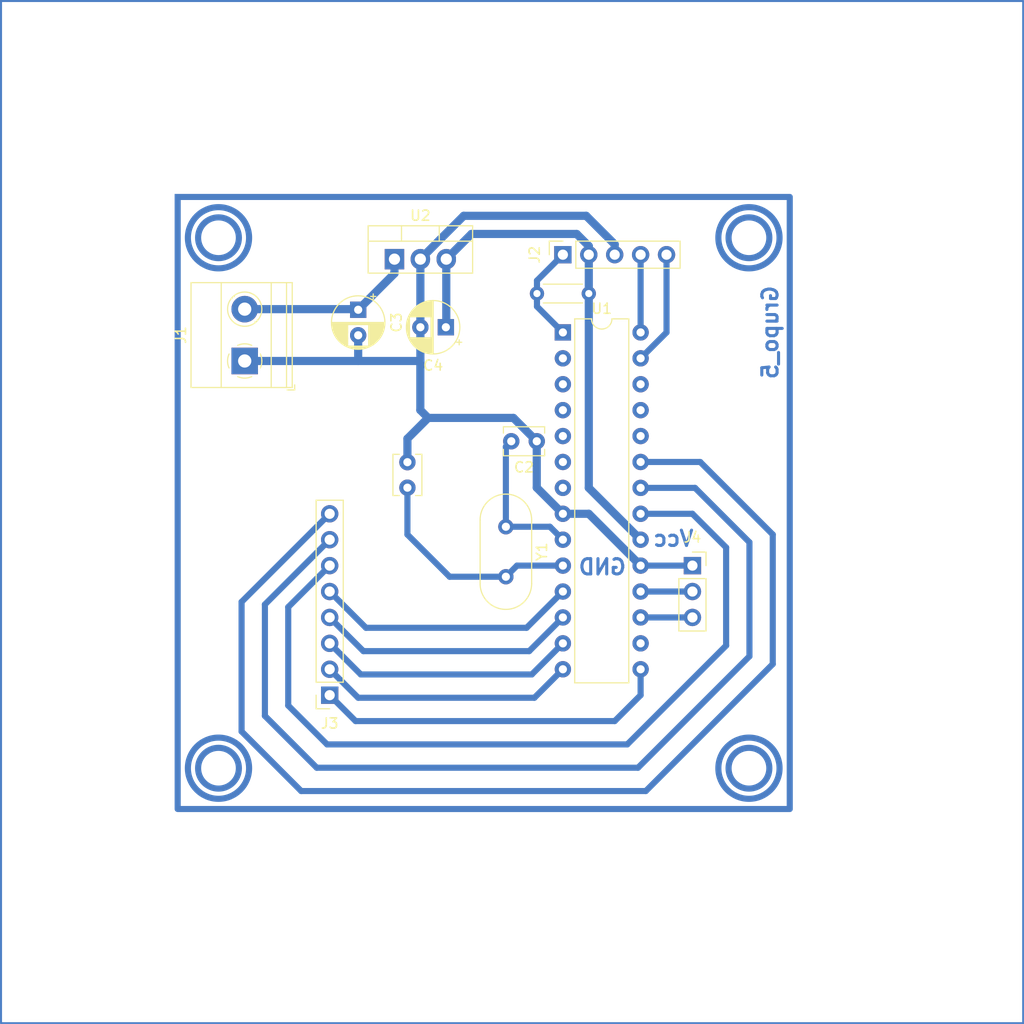
<source format=kicad_pcb>
(kicad_pcb (version 20221018) (generator pcbnew)
  (layers (0 "F.Cu" signal) (31 "B.Cu" signal) (34 "B.Paste" user) (35 "F.Paste" user) (36 "B.SilkS" user "B.Silkscreen") (37 "F.SilkS" user "F.Silkscreen") (38 "B.Mask" user) (39 "F.Mask" user) (44 "Edge.Cuts" user))
  (net 0 "")
  (net 1 "GND")
  (net 2 "OSC2")
  (net 3 "OSC1")
  (net 4 "+12V")
  (net 5 "ICSPDAT")
  (net 6 "ICSPCLK")
  (net 7 "SDA")
  (net 8 "SCL")
  (net 9 "PWM")
  (net 10 "SDO")
  (net 11 "SCK")
  (net 12 "TEMP")
  (net 13 "HUM")
  (net 14 "NOISE")
  (net 15 "RX")
  (net 16 "TX")
  (net 27 "mclr")
  (net 28 "+5V")
  (footprint "Connector_PinSocket_2.54mm:PinSocket_1x08_P2.54mm_Vertical" (layer "F.Cu") (at 88.9 116.84 180)
    (fp_text reference "J3" (at 0 -2.77) (layer "F.SilkS"))
    (fp_text value "Conn_01x08")
    (fp_line (start -1.33 1.27) (end -1.33 19.11) (stroke (width 0.12)) (layer "F.SilkS"))
    (fp_line (start -1.33 1.27) (end 1.33 1.27) (stroke (width 0.12)) (layer "F.SilkS"))
    (fp_line (start -1.33 19.11) (end 1.33 19.11) (stroke (width 0.12)) (layer "F.SilkS"))
    (fp_line (start 0 -1.33) (end 1.33 -1.33) (stroke (width 0.12)) (layer "F.SilkS"))
    (fp_line (start 1.33 -1.33) (end 1.33 0) (stroke (width 0.12)) (layer "F.SilkS"))
    (fp_line (start 1.33 1.27) (end 1.33 19.11) (stroke (width 0.12)) (layer "F.SilkS"))
    (pad "1" thru_hole rect (at 0 0 180) (size 1.7 1.7) (drill 1) (layers "*.Cu" "*.Mask") (net 7 "SDA"))
    (pad "2" thru_hole oval (at 0 2.54 180) (size 1.7 1.7) (drill 1) (layers "*.Cu" "*.Mask") (net 8 "SCL"))
    (pad "3" thru_hole oval (at 0 5.08 180) (size 1.7 1.7) (drill 1) (layers "*.Cu" "*.Mask") (net 9 "PWM"))
    (pad "4" thru_hole oval (at 0 7.62 180) (size 1.7 1.7) (drill 1) (layers "*.Cu" "*.Mask") (net 10 "SDO"))
    (pad "5" thru_hole oval (at 0 10.16 180) (size 1.7 1.7) (drill 1) (layers "*.Cu" "*.Mask") (net 11 "SCK"))
    (pad "6" thru_hole oval (at 0 12.7 180) (size 1.7 1.7) (drill 1) (layers "*.Cu" "*.Mask") (net 12 "TEMP"))
    (pad "7" thru_hole oval (at 0 15.24 180) (size 1.7 1.7) (drill 1) (layers "*.Cu" "*.Mask") (net 13 "HUM"))
    (pad "8" thru_hole oval (at 0 17.78 180) (size 1.7 1.7) (drill 1) (layers "*.Cu" "*.Mask") (net 14 "NOISE"))
  )
  (footprint "Package_TO_SOT_THT:TO-220-3_Vertical" (layer "F.Cu") (at 95.25 74.097)
    (fp_text reference "U2" (at 2.54 -4.27) (layer "F.SilkS"))
    (fp_text value "L7805")
    (fp_line (start -2.58 -3.27) (end -2.58 1.371) (stroke (width 0.12)) (layer "F.SilkS"))
    (fp_line (start -2.58 -3.27) (end 7.66 -3.27) (stroke (width 0.12)) (layer "F.SilkS"))
    (fp_line (start -2.58 -1.76) (end 7.66 -1.76) (stroke (width 0.12)) (layer "F.SilkS"))
    (fp_line (start -2.58 1.371) (end 7.66 1.371) (stroke (width 0.12)) (layer "F.SilkS"))
    (fp_line (start 0.69 -3.27) (end 0.69 -1.76) (stroke (width 0.12)) (layer "F.SilkS"))
    (fp_line (start 4.391 -3.27) (end 4.391 -1.76) (stroke (width 0.12)) (layer "F.SilkS"))
    (fp_line (start 7.66 -3.27) (end 7.66 1.371) (stroke (width 0.12)) (layer "F.SilkS"))
    (pad "1" thru_hole rect (at 0 0) (size 1.905 2) (drill 1.1) (layers "*.Cu" "*.Mask") (net 4 "+12V"))
    (pad "2" thru_hole oval (at 2.54 0) (size 1.905 2) (drill 1.1) (layers "*.Cu" "*.Mask") (net 1 "GND"))
    (pad "3" thru_hole oval (at 5.08 0) (size 1.905 2) (drill 1.1) (layers "*.Cu" "*.Mask") (net 28 "+5V"))
  )
  (footprint "Connector_PinSocket_2.54mm:PinSocket_1x03_P2.54mm_Vertical" (layer "F.Cu") (at 124.46 104.14)
    (fp_text reference "J4" (at 0 -2.77) (layer "F.SilkS"))
    (fp_text value "Conn_01x03")
    (fp_line (start -1.33 1.27) (end -1.33 6.41) (stroke (width 0.12)) (layer "F.SilkS"))
    (fp_line (start -1.33 1.27) (end 1.33 1.27) (stroke (width 0.12)) (layer "F.SilkS"))
    (fp_line (start -1.33 6.41) (end 1.33 6.41) (stroke (width 0.12)) (layer "F.SilkS"))
    (fp_line (start 0 -1.33) (end 1.33 -1.33) (stroke (width 0.12)) (layer "F.SilkS"))
    (fp_line (start 1.33 -1.33) (end 1.33 0) (stroke (width 0.12)) (layer "F.SilkS"))
    (fp_line (start 1.33 1.27) (end 1.33 6.41) (stroke (width 0.12)) (layer "F.SilkS"))
    (pad "1" thru_hole rect (at 0 0) (size 1.7 1.7) (drill 1) (layers "*.Cu" "*.Mask") (net 1 "GND"))
    (pad "2" thru_hole oval (at 0 2.54) (size 1.7 1.7) (drill 1) (layers "*.Cu" "*.Mask") (net 15 "RX"))
    (pad "3" thru_hole oval (at 0 5.08) (size 1.7 1.7) (drill 1) (layers "*.Cu" "*.Mask") (net 16 "TX"))
  )
  (footprint "Crystal:Crystal_HC18-U_Vertical" (layer "F.Cu") (at 106.172 100.33 -90)
    (fp_text reference "Y1" (at 2.45 -3.525 90) (layer "F.SilkS"))
    (fp_text value "20 Mhz")
    (fp_line (start -0.675 -2.525) (end 5.575 -2.525) (stroke (width 0.12)) (layer "F.SilkS"))
    (fp_line (start -0.675 2.525) (end 5.575 2.525) (stroke (width 0.12)) (layer "F.SilkS"))
    (fp_arc (start -0.675 2.525) (mid -3.2 0) (end -0.675 -2.525) (stroke (width 0.12)) (layer "F.SilkS"))
    (fp_arc (start 5.575 -2.525) (mid 8.1 0) (end 5.575 2.525) (stroke (width 0.12)) (layer "F.SilkS"))
    (pad "1" thru_hole circle (at 0 0 270) (size 1.5 1.5) (drill 0.8) (layers "*.Cu" "*.Mask") (net 3 "OSC1"))
    (pad "2" thru_hole circle (at 4.9 0 270) (size 1.5 1.5) (drill 0.8) (layers "*.Cu" "*.Mask") (net 2 "OSC2"))
  )
  (footprint "Capacitor_THT:CP_Radial_D5.0mm_P2.50mm" (layer "F.Cu") (at 100.29 80.772 180)
    (fp_text reference "C4" (at 1.25 -3.75) (layer "F.SilkS"))
    (fp_text value "0.1 uF")
    (fp_line (start -1.554775 -1.475) (end -1.054775 -1.475) (stroke (width 0.12)) (layer "F.SilkS"))
    (fp_line (start -1.304775 -1.725) (end -1.304775 -1.225) (stroke (width 0.12)) (layer "F.SilkS"))
    (fp_line (start 1.25 -2.58) (end 1.25 2.58) (stroke (width 0.12)) (layer "F.SilkS"))
    (fp_line (start 1.29 -2.58) (end 1.29 2.58) (stroke (width 0.12)) (layer "F.SilkS"))
    (fp_line (start 1.33 -2.579) (end 1.33 2.579) (stroke (width 0.12)) (layer "F.SilkS"))
    (fp_line (start 1.37 -2.578) (end 1.37 2.578) (stroke (width 0.12)) (layer "F.SilkS"))
    (fp_line (start 1.41 -2.576) (end 1.41 2.576) (stroke (width 0.12)) (layer "F.SilkS"))
    (fp_line (start 1.45 -2.573) (end 1.45 2.573) (stroke (width 0.12)) (layer "F.SilkS"))
    (fp_line (start 1.49 -2.569) (end 1.49 -1.04) (stroke (width 0.12)) (layer "F.SilkS"))
    (fp_line (start 1.49 1.04) (end 1.49 2.569) (stroke (width 0.12)) (layer "F.SilkS"))
    (fp_line (start 1.53 -2.565) (end 1.53 -1.04) (stroke (width 0.12)) (layer "F.SilkS"))
    (fp_line (start 1.53 1.04) (end 1.53 2.565) (stroke (width 0.12)) (layer "F.SilkS"))
    (fp_line (start 1.57 -2.561) (end 1.57 -1.04) (stroke (width 0.12)) (layer "F.SilkS"))
    (fp_line (start 1.57 1.04) (end 1.57 2.561) (stroke (width 0.12)) (layer "F.SilkS"))
    (fp_line (start 1.61 -2.556) (end 1.61 -1.04) (stroke (width 0.12)) (layer "F.SilkS"))
    (fp_line (start 1.61 1.04) (end 1.61 2.556) (stroke (width 0.12)) (layer "F.SilkS"))
    (fp_line (start 1.65 -2.55) (end 1.65 -1.04) (stroke (width 0.12)) (layer "F.SilkS"))
    (fp_line (start 1.65 1.04) (end 1.65 2.55) (stroke (width 0.12)) (layer "F.SilkS"))
    (fp_line (start 1.69 -2.543) (end 1.69 -1.04) (stroke (width 0.12)) (layer "F.SilkS"))
    (fp_line (start 1.69 1.04) (end 1.69 2.543) (stroke (width 0.12)) (layer "F.SilkS"))
    (fp_line (start 1.73 -2.536) (end 1.73 -1.04) (stroke (width 0.12)) (layer "F.SilkS"))
    (fp_line (start 1.73 1.04) (end 1.73 2.536) (stroke (width 0.12)) (layer "F.SilkS"))
    (fp_line (start 1.77 -2.528) (end 1.77 -1.04) (stroke (width 0.12)) (layer "F.SilkS"))
    (fp_line (start 1.77 1.04) (end 1.77 2.528) (stroke (width 0.12)) (layer "F.SilkS"))
    (fp_line (start 1.81 -2.52) (end 1.81 -1.04) (stroke (width 0.12)) (layer "F.SilkS"))
    (fp_line (start 1.81 1.04) (end 1.81 2.52) (stroke (width 0.12)) (layer "F.SilkS"))
    (fp_line (start 1.85 -2.511) (end 1.85 -1.04) (stroke (width 0.12)) (layer "F.SilkS"))
    (fp_line (start 1.85 1.04) (end 1.85 2.511) (stroke (width 0.12)) (layer "F.SilkS"))
    (fp_line (start 1.89 -2.501) (end 1.89 -1.04) (stroke (width 0.12)) (layer "F.SilkS"))
    (fp_line (start 1.89 1.04) (end 1.89 2.501) (stroke (width 0.12)) (layer "F.SilkS"))
    (fp_line (start 1.93 -2.491) (end 1.93 -1.04) (stroke (width 0.12)) (layer "F.SilkS"))
    (fp_line (start 1.93 1.04) (end 1.93 2.491) (stroke (width 0.12)) (layer "F.SilkS"))
    (fp_line (start 1.971 -2.48) (end 1.971 -1.04) (stroke (width 0.12)) (layer "F.SilkS"))
    (fp_line (start 1.971 1.04) (end 1.971 2.48) (stroke (width 0.12)) (layer "F.SilkS"))
    (fp_line (start 2.011 -2.468) (end 2.011 -1.04) (stroke (width 0.12)) (layer "F.SilkS"))
    (fp_line (start 2.011 1.04) (end 2.011 2.468) (stroke (width 0.12)) (layer "F.SilkS"))
    (fp_line (start 2.051 -2.455) (end 2.051 -1.04) (stroke (width 0.12)) (layer "F.SilkS"))
    (fp_line (start 2.051 1.04) (end 2.051 2.455) (stroke (width 0.12)) (layer "F.SilkS"))
    (fp_line (start 2.091 -2.442) (end 2.091 -1.04) (stroke (width 0.12)) (layer "F.SilkS"))
    (fp_line (start 2.091 1.04) (end 2.091 2.442) (stroke (width 0.12)) (layer "F.SilkS"))
    (fp_line (start 2.131 -2.428) (end 2.131 -1.04) (stroke (width 0.12)) (layer "F.SilkS"))
    (fp_line (start 2.131 1.04) (end 2.131 2.428) (stroke (width 0.12)) (layer "F.SilkS"))
    (fp_line (start 2.171 -2.414) (end 2.171 -1.04) (stroke (width 0.12)) (layer "F.SilkS"))
    (fp_line (start 2.171 1.04) (end 2.171 2.414) (stroke (width 0.12)) (layer "F.SilkS"))
    (fp_line (start 2.211 -2.398) (end 2.211 -1.04) (stroke (width 0.12)) (layer "F.SilkS"))
    (fp_line (start 2.211 1.04) (end 2.211 2.398) (stroke (width 0.12)) (layer "F.SilkS"))
    (fp_line (start 2.251 -2.382) (end 2.251 -1.04) (stroke (width 0.12)) (layer "F.SilkS"))
    (fp_line (start 2.251 1.04) (end 2.251 2.382) (stroke (width 0.12)) (layer "F.SilkS"))
    (fp_line (start 2.291 -2.365) (end 2.291 -1.04) (stroke (width 0.12)) (layer "F.SilkS"))
    (fp_line (start 2.291 1.04) (end 2.291 2.365) (stroke (width 0.12)) (layer "F.SilkS"))
    (fp_line (start 2.331 -2.348) (end 2.331 -1.04) (stroke (width 0.12)) (layer "F.SilkS"))
    (fp_line (start 2.331 1.04) (end 2.331 2.348) (stroke (width 0.12)) (layer "F.SilkS"))
    (fp_line (start 2.371 -2.329) (end 2.371 -1.04) (stroke (width 0.12)) (layer "F.SilkS"))
    (fp_line (start 2.371 1.04) (end 2.371 2.329) (stroke (width 0.12)) (layer "F.SilkS"))
    (fp_line (start 2.411 -2.31) (end 2.411 -1.04) (stroke (width 0.12)) (layer "F.SilkS"))
    (fp_line (start 2.411 1.04) (end 2.411 2.31) (stroke (width 0.12)) (layer "F.SilkS"))
    (fp_line (start 2.451 -2.29) (end 2.451 -1.04) (stroke (width 0.12)) (layer "F.SilkS"))
    (fp_line (start 2.451 1.04) (end 2.451 2.29) (stroke (width 0.12)) (layer "F.SilkS"))
    (fp_line (start 2.491 -2.268) (end 2.491 -1.04) (stroke (width 0.12)) (layer "F.SilkS"))
    (fp_line (start 2.491 1.04) (end 2.491 2.268) (stroke (width 0.12)) (layer "F.SilkS"))
    (fp_line (start 2.531 -2.247) (end 2.531 -1.04) (stroke (width 0.12)) (layer "F.SilkS"))
    (fp_line (start 2.531 1.04) (end 2.531 2.247) (stroke (width 0.12)) (layer "F.SilkS"))
    (fp_line (start 2.571 -2.224) (end 2.571 -1.04) (stroke (width 0.12)) (layer "F.SilkS"))
    (fp_line (start 2.571 1.04) (end 2.571 2.224) (stroke (width 0.12)) (layer "F.SilkS"))
    (fp_line (start 2.611 -2.2) (end 2.611 -1.04) (stroke (width 0.12)) (layer "F.SilkS"))
    (fp_line (start 2.611 1.04) (end 2.611 2.2) (stroke (width 0.12)) (layer "F.SilkS"))
    (fp_line (start 2.651 -2.175) (end 2.651 -1.04) (stroke (width 0.12)) (layer "F.SilkS"))
    (fp_line (start 2.651 1.04) (end 2.651 2.175) (stroke (width 0.12)) (layer "F.SilkS"))
    (fp_line (start 2.691 -2.149) (end 2.691 -1.04) (stroke (width 0.12)) (layer "F.SilkS"))
    (fp_line (start 2.691 1.04) (end 2.691 2.149) (stroke (width 0.12)) (layer "F.SilkS"))
    (fp_line (start 2.731 -2.122) (end 2.731 -1.04) (stroke (width 0.12)) (layer "F.SilkS"))
    (fp_line (start 2.731 1.04) (end 2.731 2.122) (stroke (width 0.12)) (layer "F.SilkS"))
    (fp_line (start 2.771 -2.095) (end 2.771 -1.04) (stroke (width 0.12)) (layer "F.SilkS"))
    (fp_line (start 2.771 1.04) (end 2.771 2.095) (stroke (width 0.12)) (layer "F.SilkS"))
    (fp_line (start 2.811 -2.065) (end 2.811 -1.04) (stroke (width 0.12)) (layer "F.SilkS"))
    (fp_line (start 2.811 1.04) (end 2.811 2.065) (stroke (width 0.12)) (layer "F.SilkS"))
    (fp_line (start 2.851 -2.035) (end 2.851 -1.04) (stroke (width 0.12)) (layer "F.SilkS"))
    (fp_line (start 2.851 1.04) (end 2.851 2.035) (stroke (width 0.12)) (layer "F.SilkS"))
    (fp_line (start 2.891 -2.004) (end 2.891 -1.04) (stroke (width 0.12)) (layer "F.SilkS"))
    (fp_line (start 2.891 1.04) (end 2.891 2.004) (stroke (width 0.12)) (layer "F.SilkS"))
    (fp_line (start 2.931 -1.971) (end 2.931 -1.04) (stroke (width 0.12)) (layer "F.SilkS"))
    (fp_line (start 2.931 1.04) (end 2.931 1.971) (stroke (width 0.12)) (layer "F.SilkS"))
    (fp_line (start 2.971 -1.937) (end 2.971 -1.04) (stroke (width 0.12)) (layer "F.SilkS"))
    (fp_line (start 2.971 1.04) (end 2.971 1.937) (stroke (width 0.12)) (layer "F.SilkS"))
    (fp_line (start 3.011 -1.901) (end 3.011 -1.04) (stroke (width 0.12)) (layer "F.SilkS"))
    (fp_line (start 3.011 1.04) (end 3.011 1.901) (stroke (width 0.12)) (layer "F.SilkS"))
    (fp_line (start 3.051 -1.864) (end 3.051 -1.04) (stroke (width 0.12)) (layer "F.SilkS"))
    (fp_line (start 3.051 1.04) (end 3.051 1.864) (stroke (width 0.12)) (layer "F.SilkS"))
    (fp_line (start 3.091 -1.826) (end 3.091 -1.04) (stroke (width 0.12)) (layer "F.SilkS"))
    (fp_line (start 3.091 1.04) (end 3.091 1.826) (stroke (width 0.12)) (layer "F.SilkS"))
    (fp_line (start 3.131 -1.785) (end 3.131 -1.04) (stroke (width 0.12)) (layer "F.SilkS"))
    (fp_line (start 3.131 1.04) (end 3.131 1.785) (stroke (width 0.12)) (layer "F.SilkS"))
    (fp_line (start 3.171 -1.743) (end 3.171 -1.04) (stroke (width 0.12)) (layer "F.SilkS"))
    (fp_line (start 3.171 1.04) (end 3.171 1.743) (stroke (width 0.12)) (layer "F.SilkS"))
    (fp_line (start 3.211 -1.699) (end 3.211 -1.04) (stroke (width 0.12)) (layer "F.SilkS"))
    (fp_line (start 3.211 1.04) (end 3.211 1.699) (stroke (width 0.12)) (layer "F.SilkS"))
    (fp_line (start 3.251 -1.653) (end 3.251 -1.04) (stroke (width 0.12)) (layer "F.SilkS"))
    (fp_line (start 3.251 1.04) (end 3.251 1.653) (stroke (width 0.12)) (layer "F.SilkS"))
    (fp_line (start 3.291 -1.605) (end 3.291 -1.04) (stroke (width 0.12)) (layer "F.SilkS"))
    (fp_line (start 3.291 1.04) (end 3.291 1.605) (stroke (width 0.12)) (layer "F.SilkS"))
    (fp_line (start 3.331 -1.554) (end 3.331 -1.04) (stroke (width 0.12)) (layer "F.SilkS"))
    (fp_line (start 3.331 1.04) (end 3.331 1.554) (stroke (width 0.12)) (layer "F.SilkS"))
    (fp_line (start 3.371 -1.5) (end 3.371 -1.04) (stroke (width 0.12)) (layer "F.SilkS"))
    (fp_line (start 3.371 1.04) (end 3.371 1.5) (stroke (width 0.12)) (layer "F.SilkS"))
    (fp_line (start 3.411 -1.443) (end 3.411 -1.04) (stroke (width 0.12)) (layer "F.SilkS"))
    (fp_line (start 3.411 1.04) (end 3.411 1.443) (stroke (width 0.12)) (layer "F.SilkS"))
    (fp_line (start 3.451 -1.383) (end 3.451 -1.04) (stroke (width 0.12)) (layer "F.SilkS"))
    (fp_line (start 3.451 1.04) (end 3.451 1.383) (stroke (width 0.12)) (layer "F.SilkS"))
    (fp_line (start 3.491 -1.319) (end 3.491 -1.04) (stroke (width 0.12)) (layer "F.SilkS"))
    (fp_line (start 3.491 1.04) (end 3.491 1.319) (stroke (width 0.12)) (layer "F.SilkS"))
    (fp_line (start 3.531 -1.251) (end 3.531 -1.04) (stroke (width 0.12)) (layer "F.SilkS"))
    (fp_line (start 3.531 1.04) (end 3.531 1.251) (stroke (width 0.12)) (layer "F.SilkS"))
    (fp_line (start 3.571 -1.178) (end 3.571 1.178) (stroke (width 0.12)) (layer "F.SilkS"))
    (fp_line (start 3.611 -1.098) (end 3.611 1.098) (stroke (width 0.12)) (layer "F.SilkS"))
    (fp_line (start 3.651 -1.011) (end 3.651 1.011) (stroke (width 0.12)) (layer "F.SilkS"))
    (fp_line (start 3.691 -0.915) (end 3.691 0.915) (stroke (width 0.12)) (layer "F.SilkS"))
    (fp_line (start 3.731 -0.805) (end 3.731 0.805) (stroke (width 0.12)) (layer "F.SilkS"))
    (fp_line (start 3.771 -0.677) (end 3.771 0.677) (stroke (width 0.12)) (layer "F.SilkS"))
    (fp_line (start 3.811 -0.518) (end 3.811 0.518) (stroke (width 0.12)) (layer "F.SilkS"))
    (fp_line (start 3.851 -0.284) (end 3.851 0.284) (stroke (width 0.12)) (layer "F.SilkS"))
    (fp_circle (center 1.25 0) (end 3.87 0) (stroke (width 0.12)) (fill none) (layer "F.SilkS"))
    (pad "1" thru_hole rect (at 0 0 180) (size 1.6 1.6) (drill 0.8) (layers "*.Cu" "*.Mask") (net 28 "+5V"))
    (pad "2" thru_hole circle (at 2.5 0 180) (size 1.6 1.6) (drill 0.8) (layers "*.Cu" "*.Mask") (net 1 "GND"))
  )
  (footprint "Capacitor_THT:C_Disc_D3.8mm_W2.6mm_P2.50mm" (layer "F.Cu") (at 109.2 91.948 180)
    (fp_text reference "C2" (at 1.25 -2.55) (layer "F.SilkS"))
    (fp_text value "22 pF")
    (fp_line (start -0.77 -1.42) (end -0.77 -0.795) (stroke (width 0.12)) (layer "F.SilkS"))
    (fp_line (start -0.77 -1.42) (end 3.27 -1.42) (stroke (width 0.12)) (layer "F.SilkS"))
    (fp_line (start -0.77 0.795) (end -0.77 1.42) (stroke (width 0.12)) (layer "F.SilkS"))
    (fp_line (start -0.77 1.42) (end 3.27 1.42) (stroke (width 0.12)) (layer "F.SilkS"))
    (fp_line (start 3.27 -1.42) (end 3.27 -0.795) (stroke (width 0.12)) (layer "F.SilkS"))
    (fp_line (start 3.27 0.795) (end 3.27 1.42) (stroke (width 0.12)) (layer "F.SilkS"))
    (pad "1" thru_hole circle (at 0 0 180) (size 1.6 1.6) (drill 0.8) (layers "*.Cu" "*.Mask") (net 1 "GND"))
    (pad "2" thru_hole circle (at 2.5 0 180) (size 1.6 1.6) (drill 0.8) (layers "*.Cu" "*.Mask") (net 3 "OSC1"))
  )
  (footprint "Capacitor_THT:CP_Radial_D5.0mm_P2.50mm" (layer "F.Cu") (at 91.694 79.0589 -90)
    (fp_text reference "C3" (at 1.25 -3.75 90) (layer "F.SilkS"))
    (fp_text value "0.33 uF")
    (fp_line (start -1.554775 -1.475) (end -1.054775 -1.475) (stroke (width 0.12)) (layer "F.SilkS"))
    (fp_line (start -1.304775 -1.725) (end -1.304775 -1.225) (stroke (width 0.12)) (layer "F.SilkS"))
    (fp_line (start 1.25 -2.58) (end 1.25 2.58) (stroke (width 0.12)) (layer "F.SilkS"))
    (fp_line (start 1.29 -2.58) (end 1.29 2.58) (stroke (width 0.12)) (layer "F.SilkS"))
    (fp_line (start 1.33 -2.579) (end 1.33 2.579) (stroke (width 0.12)) (layer "F.SilkS"))
    (fp_line (start 1.37 -2.578) (end 1.37 2.578) (stroke (width 0.12)) (layer "F.SilkS"))
    (fp_line (start 1.41 -2.576) (end 1.41 2.576) (stroke (width 0.12)) (layer "F.SilkS"))
    (fp_line (start 1.45 -2.573) (end 1.45 2.573) (stroke (width 0.12)) (layer "F.SilkS"))
    (fp_line (start 1.49 -2.569) (end 1.49 -1.04) (stroke (width 0.12)) (layer "F.SilkS"))
    (fp_line (start 1.49 1.04) (end 1.49 2.569) (stroke (width 0.12)) (layer "F.SilkS"))
    (fp_line (start 1.53 -2.565) (end 1.53 -1.04) (stroke (width 0.12)) (layer "F.SilkS"))
    (fp_line (start 1.53 1.04) (end 1.53 2.565) (stroke (width 0.12)) (layer "F.SilkS"))
    (fp_line (start 1.57 -2.561) (end 1.57 -1.04) (stroke (width 0.12)) (layer "F.SilkS"))
    (fp_line (start 1.57 1.04) (end 1.57 2.561) (stroke (width 0.12)) (layer "F.SilkS"))
    (fp_line (start 1.61 -2.556) (end 1.61 -1.04) (stroke (width 0.12)) (layer "F.SilkS"))
    (fp_line (start 1.61 1.04) (end 1.61 2.556) (stroke (width 0.12)) (layer "F.SilkS"))
    (fp_line (start 1.65 -2.55) (end 1.65 -1.04) (stroke (width 0.12)) (layer "F.SilkS"))
    (fp_line (start 1.65 1.04) (end 1.65 2.55) (stroke (width 0.12)) (layer "F.SilkS"))
    (fp_line (start 1.69 -2.543) (end 1.69 -1.04) (stroke (width 0.12)) (layer "F.SilkS"))
    (fp_line (start 1.69 1.04) (end 1.69 2.543) (stroke (width 0.12)) (layer "F.SilkS"))
    (fp_line (start 1.73 -2.536) (end 1.73 -1.04) (stroke (width 0.12)) (layer "F.SilkS"))
    (fp_line (start 1.73 1.04) (end 1.73 2.536) (stroke (width 0.12)) (layer "F.SilkS"))
    (fp_line (start 1.77 -2.528) (end 1.77 -1.04) (stroke (width 0.12)) (layer "F.SilkS"))
    (fp_line (start 1.77 1.04) (end 1.77 2.528) (stroke (width 0.12)) (layer "F.SilkS"))
    (fp_line (start 1.81 -2.52) (end 1.81 -1.04) (stroke (width 0.12)) (layer "F.SilkS"))
    (fp_line (start 1.81 1.04) (end 1.81 2.52) (stroke (width 0.12)) (layer "F.SilkS"))
    (fp_line (start 1.85 -2.511) (end 1.85 -1.04) (stroke (width 0.12)) (layer "F.SilkS"))
    (fp_line (start 1.85 1.04) (end 1.85 2.511) (stroke (width 0.12)) (layer "F.SilkS"))
    (fp_line (start 1.89 -2.501) (end 1.89 -1.04) (stroke (width 0.12)) (layer "F.SilkS"))
    (fp_line (start 1.89 1.04) (end 1.89 2.501) (stroke (width 0.12)) (layer "F.SilkS"))
    (fp_line (start 1.93 -2.491) (end 1.93 -1.04) (stroke (width 0.12)) (layer "F.SilkS"))
    (fp_line (start 1.93 1.04) (end 1.93 2.491) (stroke (width 0.12)) (layer "F.SilkS"))
    (fp_line (start 1.971 -2.48) (end 1.971 -1.04) (stroke (width 0.12)) (layer "F.SilkS"))
    (fp_line (start 1.971 1.04) (end 1.971 2.48) (stroke (width 0.12)) (layer "F.SilkS"))
    (fp_line (start 2.011 -2.468) (end 2.011 -1.04) (stroke (width 0.12)) (layer "F.SilkS"))
    (fp_line (start 2.011 1.04) (end 2.011 2.468) (stroke (width 0.12)) (layer "F.SilkS"))
    (fp_line (start 2.051 -2.455) (end 2.051 -1.04) (stroke (width 0.12)) (layer "F.SilkS"))
    (fp_line (start 2.051 1.04) (end 2.051 2.455) (stroke (width 0.12)) (layer "F.SilkS"))
    (fp_line (start 2.091 -2.442) (end 2.091 -1.04) (stroke (width 0.12)) (layer "F.SilkS"))
    (fp_line (start 2.091 1.04) (end 2.091 2.442) (stroke (width 0.12)) (layer "F.SilkS"))
    (fp_line (start 2.131 -2.428) (end 2.131 -1.04) (stroke (width 0.12)) (layer "F.SilkS"))
    (fp_line (start 2.131 1.04) (end 2.131 2.428) (stroke (width 0.12)) (layer "F.SilkS"))
    (fp_line (start 2.171 -2.414) (end 2.171 -1.04) (stroke (width 0.12)) (layer "F.SilkS"))
    (fp_line (start 2.171 1.04) (end 2.171 2.414) (stroke (width 0.12)) (layer "F.SilkS"))
    (fp_line (start 2.211 -2.398) (end 2.211 -1.04) (stroke (width 0.12)) (layer "F.SilkS"))
    (fp_line (start 2.211 1.04) (end 2.211 2.398) (stroke (width 0.12)) (layer "F.SilkS"))
    (fp_line (start 2.251 -2.382) (end 2.251 -1.04) (stroke (width 0.12)) (layer "F.SilkS"))
    (fp_line (start 2.251 1.04) (end 2.251 2.382) (stroke (width 0.12)) (layer "F.SilkS"))
    (fp_line (start 2.291 -2.365) (end 2.291 -1.04) (stroke (width 0.12)) (layer "F.SilkS"))
    (fp_line (start 2.291 1.04) (end 2.291 2.365) (stroke (width 0.12)) (layer "F.SilkS"))
    (fp_line (start 2.331 -2.348) (end 2.331 -1.04) (stroke (width 0.12)) (layer "F.SilkS"))
    (fp_line (start 2.331 1.04) (end 2.331 2.348) (stroke (width 0.12)) (layer "F.SilkS"))
    (fp_line (start 2.371 -2.329) (end 2.371 -1.04) (stroke (width 0.12)) (layer "F.SilkS"))
    (fp_line (start 2.371 1.04) (end 2.371 2.329) (stroke (width 0.12)) (layer "F.SilkS"))
    (fp_line (start 2.411 -2.31) (end 2.411 -1.04) (stroke (width 0.12)) (layer "F.SilkS"))
    (fp_line (start 2.411 1.04) (end 2.411 2.31) (stroke (width 0.12)) (layer "F.SilkS"))
    (fp_line (start 2.451 -2.29) (end 2.451 -1.04) (stroke (width 0.12)) (layer "F.SilkS"))
    (fp_line (start 2.451 1.04) (end 2.451 2.29) (stroke (width 0.12)) (layer "F.SilkS"))
    (fp_line (start 2.491 -2.268) (end 2.491 -1.04) (stroke (width 0.12)) (layer "F.SilkS"))
    (fp_line (start 2.491 1.04) (end 2.491 2.268) (stroke (width 0.12)) (layer "F.SilkS"))
    (fp_line (start 2.531 -2.247) (end 2.531 -1.04) (stroke (width 0.12)) (layer "F.SilkS"))
    (fp_line (start 2.531 1.04) (end 2.531 2.247) (stroke (width 0.12)) (layer "F.SilkS"))
    (fp_line (start 2.571 -2.224) (end 2.571 -1.04) (stroke (width 0.12)) (layer "F.SilkS"))
    (fp_line (start 2.571 1.04) (end 2.571 2.224) (stroke (width 0.12)) (layer "F.SilkS"))
    (fp_line (start 2.611 -2.2) (end 2.611 -1.04) (stroke (width 0.12)) (layer "F.SilkS"))
    (fp_line (start 2.611 1.04) (end 2.611 2.2) (stroke (width 0.12)) (layer "F.SilkS"))
    (fp_line (start 2.651 -2.175) (end 2.651 -1.04) (stroke (width 0.12)) (layer "F.SilkS"))
    (fp_line (start 2.651 1.04) (end 2.651 2.175) (stroke (width 0.12)) (layer "F.SilkS"))
    (fp_line (start 2.691 -2.149) (end 2.691 -1.04) (stroke (width 0.12)) (layer "F.SilkS"))
    (fp_line (start 2.691 1.04) (end 2.691 2.149) (stroke (width 0.12)) (layer "F.SilkS"))
    (fp_line (start 2.731 -2.122) (end 2.731 -1.04) (stroke (width 0.12)) (layer "F.SilkS"))
    (fp_line (start 2.731 1.04) (end 2.731 2.122) (stroke (width 0.12)) (layer "F.SilkS"))
    (fp_line (start 2.771 -2.095) (end 2.771 -1.04) (stroke (width 0.12)) (layer "F.SilkS"))
    (fp_line (start 2.771 1.04) (end 2.771 2.095) (stroke (width 0.12)) (layer "F.SilkS"))
    (fp_line (start 2.811 -2.065) (end 2.811 -1.04) (stroke (width 0.12)) (layer "F.SilkS"))
    (fp_line (start 2.811 1.04) (end 2.811 2.065) (stroke (width 0.12)) (layer "F.SilkS"))
    (fp_line (start 2.851 -2.035) (end 2.851 -1.04) (stroke (width 0.12)) (layer "F.SilkS"))
    (fp_line (start 2.851 1.04) (end 2.851 2.035) (stroke (width 0.12)) (layer "F.SilkS"))
    (fp_line (start 2.891 -2.004) (end 2.891 -1.04) (stroke (width 0.12)) (layer "F.SilkS"))
    (fp_line (start 2.891 1.04) (end 2.891 2.004) (stroke (width 0.12)) (layer "F.SilkS"))
    (fp_line (start 2.931 -1.971) (end 2.931 -1.04) (stroke (width 0.12)) (layer "F.SilkS"))
    (fp_line (start 2.931 1.04) (end 2.931 1.971) (stroke (width 0.12)) (layer "F.SilkS"))
    (fp_line (start 2.971 -1.937) (end 2.971 -1.04) (stroke (width 0.12)) (layer "F.SilkS"))
    (fp_line (start 2.971 1.04) (end 2.971 1.937) (stroke (width 0.12)) (layer "F.SilkS"))
    (fp_line (start 3.011 -1.901) (end 3.011 -1.04) (stroke (width 0.12)) (layer "F.SilkS"))
    (fp_line (start 3.011 1.04) (end 3.011 1.901) (stroke (width 0.12)) (layer "F.SilkS"))
    (fp_line (start 3.051 -1.864) (end 3.051 -1.04) (stroke (width 0.12)) (layer "F.SilkS"))
    (fp_line (start 3.051 1.04) (end 3.051 1.864) (stroke (width 0.12)) (layer "F.SilkS"))
    (fp_line (start 3.091 -1.826) (end 3.091 -1.04) (stroke (width 0.12)) (layer "F.SilkS"))
    (fp_line (start 3.091 1.04) (end 3.091 1.826) (stroke (width 0.12)) (layer "F.SilkS"))
    (fp_line (start 3.131 -1.785) (end 3.131 -1.04) (stroke (width 0.12)) (layer "F.SilkS"))
    (fp_line (start 3.131 1.04) (end 3.131 1.785) (stroke (width 0.12)) (layer "F.SilkS"))
    (fp_line (start 3.171 -1.743) (end 3.171 -1.04) (stroke (width 0.12)) (layer "F.SilkS"))
    (fp_line (start 3.171 1.04) (end 3.171 1.743) (stroke (width 0.12)) (layer "F.SilkS"))
    (fp_line (start 3.211 -1.699) (end 3.211 -1.04) (stroke (width 0.12)) (layer "F.SilkS"))
    (fp_line (start 3.211 1.04) (end 3.211 1.699) (stroke (width 0.12)) (layer "F.SilkS"))
    (fp_line (start 3.251 -1.653) (end 3.251 -1.04) (stroke (width 0.12)) (layer "F.SilkS"))
    (fp_line (start 3.251 1.04) (end 3.251 1.653) (stroke (width 0.12)) (layer "F.SilkS"))
    (fp_line (start 3.291 -1.605) (end 3.291 -1.04) (stroke (width 0.12)) (layer "F.SilkS"))
    (fp_line (start 3.291 1.04) (end 3.291 1.605) (stroke (width 0.12)) (layer "F.SilkS"))
    (fp_line (start 3.331 -1.554) (end 3.331 -1.04) (stroke (width 0.12)) (layer "F.SilkS"))
    (fp_line (start 3.331 1.04) (end 3.331 1.554) (stroke (width 0.12)) (layer "F.SilkS"))
    (fp_line (start 3.371 -1.5) (end 3.371 -1.04) (stroke (width 0.12)) (layer "F.SilkS"))
    (fp_line (start 3.371 1.04) (end 3.371 1.5) (stroke (width 0.12)) (layer "F.SilkS"))
    (fp_line (start 3.411 -1.443) (end 3.411 -1.04) (stroke (width 0.12)) (layer "F.SilkS"))
    (fp_line (start 3.411 1.04) (end 3.411 1.443) (stroke (width 0.12)) (layer "F.SilkS"))
    (fp_line (start 3.451 -1.383) (end 3.451 -1.04) (stroke (width 0.12)) (layer "F.SilkS"))
    (fp_line (start 3.451 1.04) (end 3.451 1.383) (stroke (width 0.12)) (layer "F.SilkS"))
    (fp_line (start 3.491 -1.319) (end 3.491 -1.04) (stroke (width 0.12)) (layer "F.SilkS"))
    (fp_line (start 3.491 1.04) (end 3.491 1.319) (stroke (width 0.12)) (layer "F.SilkS"))
    (fp_line (start 3.531 -1.251) (end 3.531 -1.04) (stroke (width 0.12)) (layer "F.SilkS"))
    (fp_line (start 3.531 1.04) (end 3.531 1.251) (stroke (width 0.12)) (layer "F.SilkS"))
    (fp_line (start 3.571 -1.178) (end 3.571 1.178) (stroke (width 0.12)) (layer "F.SilkS"))
    (fp_line (start 3.611 -1.098) (end 3.611 1.098) (stroke (width 0.12)) (layer "F.SilkS"))
    (fp_line (start 3.651 -1.011) (end 3.651 1.011) (stroke (width 0.12)) (layer "F.SilkS"))
    (fp_line (start 3.691 -0.915) (end 3.691 0.915) (stroke (width 0.12)) (layer "F.SilkS"))
    (fp_line (start 3.731 -0.805) (end 3.731 0.805) (stroke (width 0.12)) (layer "F.SilkS"))
    (fp_line (start 3.771 -0.677) (end 3.771 0.677) (stroke (width 0.12)) (layer "F.SilkS"))
    (fp_line (start 3.811 -0.518) (end 3.811 0.518) (stroke (width 0.12)) (layer "F.SilkS"))
    (fp_line (start 3.851 -0.284) (end 3.851 0.284) (stroke (width 0.12)) (layer "F.SilkS"))
    (fp_circle (center 1.25 0) (end 3.87 0) (stroke (width 0.12)) (fill none) (layer "F.SilkS"))
    (pad "1" thru_hole rect (at 0 0 270) (size 1.6 1.6) (drill 0.8) (layers "*.Cu" "*.Mask") (net 4 "+12V"))
    (pad "2" thru_hole circle (at 2.5 0 270) (size 1.6 1.6) (drill 0.8) (layers "*.Cu" "*.Mask") (net 1 "GND"))
  )
  (footprint "Connector_PinSocket_2.54mm:PinSocket_1x05_P2.54mm_Vertical" (layer "F.Cu") (at 111.76 73.66 90)
    (fp_text reference "J2" (at 0 -2.77 90) (layer "F.SilkS"))
    (fp_text value "Conn_01x05")
    (fp_line (start -1.33 1.27) (end -1.33 11.49) (stroke (width 0.12)) (layer "F.SilkS"))
    (fp_line (start -1.33 1.27) (end 1.33 1.27) (stroke (width 0.12)) (layer "F.SilkS"))
    (fp_line (start -1.33 11.49) (end 1.33 11.49) (stroke (width 0.12)) (layer "F.SilkS"))
    (fp_line (start 0 -1.33) (end 1.33 -1.33) (stroke (width 0.12)) (layer "F.SilkS"))
    (fp_line (start 1.33 -1.33) (end 1.33 0) (stroke (width 0.12)) (layer "F.SilkS"))
    (fp_line (start 1.33 1.27) (end 1.33 11.49) (stroke (width 0.12)) (layer "F.SilkS"))
    (pad "1" thru_hole rect (at 0 0 90) (size 1.7 1.7) (drill 1) (layers "*.Cu" "*.Mask") (net 27 "mclr"))
    (pad "2" thru_hole oval (at 0 2.54 90) (size 1.7 1.7) (drill 1) (layers "*.Cu" "*.Mask") (net 28 "+5V"))
    (pad "3" thru_hole oval (at 0 5.08 90) (size 1.7 1.7) (drill 1) (layers "*.Cu" "*.Mask") (net 1 "GND"))
    (pad "4" thru_hole oval (at 0 7.62 90) (size 1.7 1.7) (drill 1) (layers "*.Cu" "*.Mask") (net 5 "ICSPDAT"))
    (pad "5" thru_hole oval (at 0 10.16 90) (size 1.7 1.7) (drill 1) (layers "*.Cu" "*.Mask") (net 6 "ICSPCLK"))
  )
  (footprint "Resistor_THT:R_Axial_DIN0204_L3.6mm_D1.6mm_P5.08mm_Horizontal" (layer "F.Cu") (at 109.22 77.47)
    (fp_text reference "R1" hide)
    (fp_text value "5kH")
    (fp_line (start 0.62 -0.92) (end 4.46 -0.92) (stroke (width 0.12)) (layer "F.SilkS"))
    (fp_line (start 0.62 0.92) (end 4.46 0.92) (stroke (width 0.12)) (layer "F.SilkS"))
    (pad "1" thru_hole circle (at 0 0) (size 1.4 1.4) (drill 0.7) (layers "*.Cu" "*.Mask") (net 27 "mclr"))
    (pad "2" thru_hole oval (at 5.08 0) (size 1.4 1.4) (drill 0.7) (layers "*.Cu" "*.Mask") (net 28 "+5V"))
  )
  (footprint "TerminalBlock_Phoenix:TerminalBlock_Phoenix_MKDS-1,5-2-5.08_1x02_P5.08mm_Horizontal" (layer "F.Cu") (at 80.569 84.079 90)
    (fp_text reference "J1" (at 2.54 -6.26 90) (layer "F.SilkS"))
    (fp_text value "Screw_Terminal_01x02")
    (fp_line (start -2.84 4.16) (end -2.84 4.9) (stroke (width 0.12)) (layer "F.SilkS"))
    (fp_line (start -2.84 4.9) (end -2.34 4.9) (stroke (width 0.12)) (layer "F.SilkS"))
    (fp_line (start -2.6 -5.261) (end -2.6 4.66) (stroke (width 0.12)) (layer "F.SilkS"))
    (fp_line (start -2.6 -5.261) (end 7.68 -5.261) (stroke (width 0.12)) (layer "F.SilkS"))
    (fp_line (start -2.6 -2.301) (end 7.68 -2.301) (stroke (width 0.12)) (layer "F.SilkS"))
    (fp_line (start -2.6 2.6) (end 7.68 2.6) (stroke (width 0.12)) (layer "F.SilkS"))
    (fp_line (start -2.6 4.1) (end 7.68 4.1) (stroke (width 0.12)) (layer "F.SilkS"))
    (fp_line (start -2.6 4.66) (end 7.68 4.66) (stroke (width 0.12)) (layer "F.SilkS"))
    (fp_line (start 3.853 1.023) (end 3.806 1.069) (stroke (width 0.12)) (layer "F.SilkS"))
    (fp_line (start 4.046 1.239) (end 4.011 1.274) (stroke (width 0.12)) (layer "F.SilkS"))
    (fp_line (start 6.15 -1.275) (end 6.115 -1.239) (stroke (width 0.12)) (layer "F.SilkS"))
    (fp_line (start 6.355 -1.069) (end 6.308 -1.023) (stroke (width 0.12)) (layer "F.SilkS"))
    (fp_line (start 7.68 -5.261) (end 7.68 4.66) (stroke (width 0.12)) (layer "F.SilkS"))
    (fp_arc (start -1.535427 0.683042) (mid -1.680501 -0.000524) (end -1.535 -0.684) (stroke (width 0.12)) (layer "F.SilkS"))
    (fp_arc (start -0.683042 -1.535427) (mid 0.000524 -1.680501) (end 0.684 -1.535) (stroke (width 0.12)) (layer "F.SilkS"))
    (fp_arc (start 0.028805 1.680253) (mid -0.335551 1.646659) (end -0.684 1.535) (stroke (width 0.12)) (layer "F.SilkS"))
    (fp_arc (start 0.683318 1.534756) (mid 0.349292 1.643288) (end 0 1.68) (stroke (width 0.12)) (layer "F.SilkS"))
    (fp_arc (start 1.535427 -0.683042) (mid 1.680501 0.000524) (end 1.535 0.684) (stroke (width 0.12)) (layer "F.SilkS"))
    (fp_circle (center 5.08 0) (end 6.76 0) (stroke (width 0.12)) (fill none) (layer "F.SilkS"))
    (pad "1" thru_hole rect (at 0 0 90) (size 2.6 2.6) (drill 1.3) (layers "*.Cu" "*.Mask") (net 1 "GND"))
    (pad "2" thru_hole circle (at 5.08 0 90) (size 2.6 2.6) (drill 1.3) (layers "*.Cu" "*.Mask") (net 4 "+12V"))
  )
  (footprint "Package_DIP:DIP-28_W7.62mm" (layer "F.Cu") (at 111.76 81.28)
    (fp_text reference "U1" (at 3.81 -2.33) (layer "F.SilkS"))
    (fp_text value "PIC16F886-IP")
    (fp_line (start 1.16 -1.33) (end 1.16 34.35) (stroke (width 0.12)) (layer "F.SilkS"))
    (fp_line (start 1.16 34.35) (end 6.46 34.35) (stroke (width 0.12)) (layer "F.SilkS"))
    (fp_line (start 2.81 -1.33) (end 1.16 -1.33) (stroke (width 0.12)) (layer "F.SilkS"))
    (fp_line (start 6.46 -1.33) (end 4.81 -1.33) (stroke (width 0.12)) (layer "F.SilkS"))
    (fp_line (start 6.46 34.35) (end 6.46 -1.33) (stroke (width 0.12)) (layer "F.SilkS"))
    (fp_arc (start 4.81 -1.33) (mid 3.81 -0.33) (end 2.81 -1.33) (stroke (width 0.12)) (layer "F.SilkS"))
    (pad "1" thru_hole rect (at 0 0) (size 1.6 1.6) (drill 0.8) (layers "*.Cu" "*.Mask") (net 27 "mclr"))
    (pad "2" thru_hole oval (at 0 2.54) (size 1.6 1.6) (drill 0.8) (layers "*.Cu" "*.Mask"))
    (pad "3" thru_hole oval (at 0 5.08) (size 1.6 1.6) (drill 0.8) (layers "*.Cu" "*.Mask"))
    (pad "4" thru_hole oval (at 0 7.62) (size 1.6 1.6) (drill 0.8) (layers "*.Cu" "*.Mask"))
    (pad "5" thru_hole oval (at 0 10.16) (size 1.6 1.6) (drill 0.8) (layers "*.Cu" "*.Mask"))
    (pad "6" thru_hole oval (at 0 12.7) (size 1.6 1.6) (drill 0.8) (layers "*.Cu" "*.Mask"))
    (pad "7" thru_hole oval (at 0 15.24) (size 1.6 1.6) (drill 0.8) (layers "*.Cu" "*.Mask"))
    (pad "8" thru_hole oval (at 0 17.78) (size 1.6 1.6) (drill 0.8) (layers "*.Cu" "*.Mask") (net 1 "GND"))
    (pad "9" thru_hole oval (at 0 20.32) (size 1.6 1.6) (drill 0.8) (layers "*.Cu" "*.Mask") (net 3 "OSC1"))
    (pad "10" thru_hole oval (at 0 22.86) (size 1.6 1.6) (drill 0.8) (layers "*.Cu" "*.Mask") (net 2 "OSC2"))
    (pad "11" thru_hole oval (at 0 25.4) (size 1.6 1.6) (drill 0.8) (layers "*.Cu" "*.Mask") (net 11 "SCK"))
    (pad "12" thru_hole oval (at 0 27.94) (size 1.6 1.6) (drill 0.8) (layers "*.Cu" "*.Mask") (net 10 "SDO"))
    (pad "13" thru_hole oval (at 0 30.48) (size 1.6 1.6) (drill 0.8) (layers "*.Cu" "*.Mask") (net 9 "PWM"))
    (pad "14" thru_hole oval (at 0 33.02) (size 1.6 1.6) (drill 0.8) (layers "*.Cu" "*.Mask") (net 8 "SCL"))
    (pad "15" thru_hole oval (at 7.62 33.02) (size 1.6 1.6) (drill 0.8) (layers "*.Cu" "*.Mask") (net 7 "SDA"))
    (pad "16" thru_hole oval (at 7.62 30.48) (size 1.6 1.6) (drill 0.8) (layers "*.Cu" "*.Mask"))
    (pad "17" thru_hole oval (at 7.62 27.94) (size 1.6 1.6) (drill 0.8) (layers "*.Cu" "*.Mask") (net 16 "TX"))
    (pad "18" thru_hole oval (at 7.62 25.4) (size 1.6 1.6) (drill 0.8) (layers "*.Cu" "*.Mask") (net 15 "RX"))
    (pad "19" thru_hole oval (at 7.62 22.86) (size 1.6 1.6) (drill 0.8) (layers "*.Cu" "*.Mask") (net 1 "GND"))
    (pad "20" thru_hole oval (at 7.62 20.32) (size 1.6 1.6) (drill 0.8) (layers "*.Cu" "*.Mask") (net 28 "+5V"))
    (pad "21" thru_hole oval (at 7.62 17.78) (size 1.6 1.6) (drill 0.8) (layers "*.Cu" "*.Mask") (net 12 "TEMP"))
    (pad "22" thru_hole oval (at 7.62 15.24) (size 1.6 1.6) (drill 0.8) (layers "*.Cu" "*.Mask") (net 13 "HUM"))
    (pad "23" thru_hole oval (at 7.62 12.7) (size 1.6 1.6) (drill 0.8) (layers "*.Cu" "*.Mask") (net 14 "NOISE"))
    (pad "24" thru_hole oval (at 7.62 10.16) (size 1.6 1.6) (drill 0.8) (layers "*.Cu" "*.Mask"))
    (pad "25" thru_hole oval (at 7.62 7.62) (size 1.6 1.6) (drill 0.8) (layers "*.Cu" "*.Mask"))
    (pad "26" thru_hole oval (at 7.62 5.08) (size 1.6 1.6) (drill 0.8) (layers "*.Cu" "*.Mask"))
    (pad "27" thru_hole oval (at 7.62 2.54) (size 1.6 1.6) (drill 0.8) (layers "*.Cu" "*.Mask") (net 6 "ICSPCLK"))
    (pad "28" thru_hole oval (at 7.62 0) (size 1.6 1.6) (drill 0.8) (layers "*.Cu" "*.Mask") (net 5 "ICSPDAT"))
  )
  (footprint "Capacitor_THT:C_Disc_D3.8mm_W2.6mm_P2.50mm" (layer "F.Cu") (at 96.52 94 -90)
    (fp_text reference "C1" hide)
    (fp_text value "22 pF")
    (fp_line (start -0.77 -1.42) (end -0.77 -0.795) (stroke (width 0.12)) (layer "F.SilkS"))
    (fp_line (start -0.77 -1.42) (end 3.27 -1.42) (stroke (width 0.12)) (layer "F.SilkS"))
    (fp_line (start -0.77 0.795) (end -0.77 1.42) (stroke (width 0.12)) (layer "F.SilkS"))
    (fp_line (start -0.77 1.42) (end 3.27 1.42) (stroke (width 0.12)) (layer "F.SilkS"))
    (fp_line (start 3.27 -1.42) (end 3.27 -0.795) (stroke (width 0.12)) (layer "F.SilkS"))
    (fp_line (start 3.27 0.795) (end 3.27 1.42) (stroke (width 0.12)) (layer "F.SilkS"))
    (pad "1" thru_hole circle (at 0 0 270) (size 1.6 1.6) (drill 0.8) (layers "*.Cu" "*.Mask") (net 1 "GND"))
    (pad "2" thru_hole circle (at 2.5 0 270) (size 1.6 1.6) (drill 0.8) (layers "*.Cu" "*.Mask") (net 2 "OSC2"))
  )
  (gr_circle (center 78 124) (end 80 124) (stroke (width 0.6)) (fill none) (layer "B.Cu"))
  (gr_circle (center 130 124) (end 132 124) (stroke (width 0.6)) (fill none) (layer "B.Cu"))
  (gr_rect (start 56.6816 48.7934) (end 156.8816 148.9934) (stroke (width 0.2)) (fill none) (layer "B.Cu"))
  (gr_circle (center 130 72) (end 132 72) (stroke (width 0.6)) (fill none) (layer "B.Cu"))
  (gr_circle (center 130 124) (end 133 124) (stroke (width 0.6)) (fill none) (layer "B.Cu"))
  (gr_circle (center 130 72) (end 133 72) (stroke (width 0.6)) (fill none) (layer "B.Cu"))
  (gr_rect (start 74 68) (end 134 128) (stroke (width 0.6)) (fill none) (layer "B.Cu"))
  (gr_circle (center 78 72) (end 81 72) (stroke (width 0.6)) (fill none) (layer "B.Cu"))
  (gr_circle (center 78 72) (end 80 72) (stroke (width 0.6)) (fill none) (layer "B.Cu"))
  (gr_circle (center 78 124) (end 81 124) (stroke (width 0.6)) (fill none) (layer "B.Cu"))
  (gr_text "Grupo_5" (at 132.08 81.28 90) (layer "B.Cu") (effects (font (size 1.5 1.5) (thickness 0.3)) (justify mirror)))
  (gr_text "Vcc" (at 124.714 102.362) (layer "B.Cu") (effects (font (size 1.5 1.5) (thickness 0.3) bold) (justify left bottom mirror)))
  (gr_text "GND" (at 118.11 105.156) (layer "B.Cu") (effects (font (size 1.5 1.5) (thickness 0.3) bold) (justify left bottom mirror)))
  (segment (start 114.046 69.85) (end 116.84 72.644) (width 0.8) (layer "B.Cu") (net 1))
  (segment (start 91.694 81.5589) (end 91.694 84.079) (width 0.8) (layer "B.Cu") (net 1))
  (segment (start 97.785 84.079) (end 97.79 84.074) (width 0.8) (layer "B.Cu") (net 1))
  (segment (start 109.2 96.5) (end 111.76 99.06) (width 0.8) (layer "B.Cu") (net 1))
  (segment (start 102.037 69.85) (end 114.046 69.85) (width 0.8) (layer "B.Cu") (net 1))
  (segment (start 116.84 72.644) (end 116.84 73.66) (width 0.8) (layer "B.Cu") (net 1))
  (segment (start 91.694 84.079) (end 97.785 84.079) (width 0.8) (layer "B.Cu") (net 1))
  (segment (start 98.552 89.662) (end 106.914 89.662) (width 0.8) (layer "B.Cu") (net 1))
  (segment (start 97.79 84.074) (end 97.79 80.772) (width 0.8) (layer "B.Cu") (net 1))
  (segment (start 111.76 99.06) (end 114.3 99.06) (width 0.8) (layer "B.Cu") (net 1))
  (segment (start 97.79 74.097) (end 102.037 69.85) (width 0.8) (layer "B.Cu") (net 1))
  (segment (start 96.52 91.694) (end 98.552 89.662) (width 0.8) (layer "B.Cu") (net 1))
  (segment (start 80.569 84.079) (end 91.694 84.079) (width 0.8) (layer "B.Cu") (net 1))
  (segment (start 106.914 89.662) (end 109.2 91.948) (width 0.8) (layer "B.Cu") (net 1))
  (segment (start 97.79 74.097) (end 97.79 80.772) (width 0.8) (layer "B.Cu") (net 1))
  (segment (start 114.3 99.06) (end 119.38 104.14) (width 0.8) (layer "B.Cu") (net 1))
  (segment (start 97.785 84.079) (end 97.785 88.895) (width 0.8) (layer "B.Cu") (net 1))
  (segment (start 97.785 88.895) (end 98.552 89.662) (width 0.8) (layer "B.Cu") (net 1))
  (segment (start 109.2 91.948) (end 109.2 96.5) (width 0.8) (layer "B.Cu") (net 1))
  (segment (start 96.52 94) (end 96.52 91.694) (width 0.8) (layer "B.Cu") (net 1))
  (segment (start 119.38 104.14) (end 124.46 104.14) (width 0.6) (layer "B.Cu") (net 1))
  (segment (start 111.67 104.05) (end 111.76 104.14) (width 0.6) (layer "B.Cu") (net 2))
  (segment (start 96.52 101.092) (end 100.658 105.23) (width 0.6) (layer "B.Cu") (net 2))
  (segment (start 100.658 105.23) (end 106.172 105.23) (width 0.6) (layer "B.Cu") (net 2))
  (segment (start 96.52 96.5) (end 96.52 101.092) (width 0.6) (layer "B.Cu") (net 2))
  (segment (start 107.262 104.14) (end 106.172 105.23) (width 0.6) (layer "B.Cu") (net 2))
  (segment (start 111.76 104.14) (end 107.262 104.14) (width 0.6) (layer "B.Cu") (net 2))
  (segment (start 106.7 91.948) (end 106.172 92.476) (width 0.6) (layer "B.Cu") (net 3))
  (segment (start 106.172 100.33) (end 106.172 92.476) (width 0.6) (layer "B.Cu") (net 3))
  (segment (start 106.172 100.33) (end 110.49 100.33) (width 0.6) (layer "B.Cu") (net 3))
  (segment (start 110.49 100.33) (end 111.76 101.6) (width 0.6) (layer "B.Cu") (net 3))
  (segment (start 95.25 75.5029) (end 91.694 79.0589) (width 0.8) (layer "B.Cu") (net 4))
  (segment (start 95.25 74.097) (end 95.25 75.5029) (width 0.8) (layer "B.Cu") (net 4))
  (segment (start 91.6341 78.999) (end 91.694 79.0589) (width 0.8) (layer "B.Cu") (net 4))
  (segment (start 80.569 78.999) (end 91.6341 78.999) (width 0.8) (layer "B.Cu") (net 4))
  (segment (start 119.38 73.66) (end 119.38 81.28) (width 0.6) (layer "B.Cu") (net 5))
  (segment (start 121.92 81.28) (end 119.38 83.82) (width 0.6) (layer "B.Cu") (net 6))
  (segment (start 121.92 73.66) (end 121.92 81.28) (width 0.6) (layer "B.Cu") (net 6))
  (segment (start 91.44 119.38) (end 88.9 116.84) (width 0.6) (layer "B.Cu") (net 7))
  (segment (start 119.38 114.3) (end 119.38 116.84) (width 0.6) (layer "B.Cu") (net 7))
  (segment (start 116.84 119.38) (end 91.44 119.38) (width 0.6) (layer "B.Cu") (net 7))
  (segment (start 119.38 116.84) (end 116.84 119.38) (width 0.6) (layer "B.Cu") (net 7))
  (segment (start 91.694 117.094) (end 88.9 114.3) (width 0.6) (layer "B.Cu") (net 8))
  (segment (start 111.76 114.3) (end 108.966 117.094) (width 0.6) (layer "B.Cu") (net 8))
  (segment (start 108.966 117.094) (end 91.694 117.094) (width 0.6) (layer "B.Cu") (net 8))
  (segment (start 91.948 114.808) (end 88.9 111.76) (width 0.6) (layer "B.Cu") (net 9))
  (segment (start 108.712 114.808) (end 91.948 114.808) (width 0.6) (layer "B.Cu") (net 9))
  (segment (start 111.76 111.76) (end 108.712 114.808) (width 0.6) (layer "B.Cu") (net 9))
  (segment (start 108.458 112.522) (end 92.202 112.522) (width 0.6) (layer "B.Cu") (net 10))
  (segment (start 111.76 109.22) (end 108.458 112.522) (width 0.6) (layer "B.Cu") (net 10))
  (segment (start 92.202 112.522) (end 88.9 109.22) (width 0.6) (layer "B.Cu") (net 10))
  (segment (start 92.456 110.236) (end 108.204 110.236) (width 0.6) (layer "B.Cu") (net 11))
  (segment (start 88.9 106.68) (end 92.456 110.236) (width 0.6) (layer "B.Cu") (net 11))
  (segment (start 108.204 110.236) (end 111.76 106.68) (width 0.6) (layer "B.Cu") (net 11))
  (segment (start 118.072 121.666) (end 127.762 111.976) (width 0.6) (layer "B.Cu") (net 12))
  (segment (start 127.762 102.362) (end 124.46 99.06) (width 0.6) (layer "B.Cu") (net 12))
  (segment (start 88.646 121.666) (end 118.072 121.666) (width 0.6) (layer "B.Cu") (net 12))
  (segment (start 84.836 117.856) (end 88.646 121.666) (width 0.6) (layer "B.Cu") (net 12))
  (segment (start 88.9 104.14) (end 84.836 108.204) (width 0.6) (layer "B.Cu") (net 12))
  (segment (start 127.762 111.976) (end 127.762 102.362) (width 0.6) (layer "B.Cu") (net 12))
  (segment (start 124.46 99.06) (end 119.38 99.06) (width 0.6) (layer "B.Cu") (net 12))
  (segment (start 84.836 108.204) (end 84.836 117.856) (width 0.6) (layer "B.Cu") (net 12))
  (segment (start 130.048 101.854) (end 130.048 113.03) (width 0.6) (layer "B.Cu") (net 13))
  (segment (start 119.126 123.952) (end 87.63 123.952) (width 0.6) (layer "B.Cu") (net 13))
  (segment (start 130.048 113.03) (end 119.126 123.952) (width 0.6) (layer "B.Cu") (net 13))
  (segment (start 82.55 107.95) (end 88.9 101.6) (width 0.6) (layer "B.Cu") (net 13))
  (segment (start 82.55 118.872) (end 82.55 107.95) (width 0.6) (layer "B.Cu") (net 13))
  (segment (start 87.63 123.952) (end 82.55 118.872) (width 0.6) (layer "B.Cu") (net 13))
  (segment (start 119.38 96.52) (end 124.714 96.52) (width 0.6) (layer "B.Cu") (net 13))
  (segment (start 124.714 96.52) (end 130.048 101.854) (width 0.6) (layer "B.Cu") (net 13))
  (segment (start 119.38 93.98) (end 125.222 93.98) (width 0.6) (layer "B.Cu") (net 14))
  (segment (start 132.334 101.092) (end 132.334 113.792) (width 0.6) (layer "B.Cu") (net 14))
  (segment (start 125.222 93.98) (end 132.334 101.092) (width 0.6) (layer "B.Cu") (net 14))
  (segment (start 80.264 107.696) (end 88.9 99.06) (width 0.6) (layer "B.Cu") (net 14))
  (segment (start 132.334 113.792) (end 119.888 126.238) (width 0.6) (layer "B.Cu") (net 14))
  (segment (start 119.888 126.238) (end 86.106 126.238) (width 0.6) (layer "B.Cu") (net 14))
  (segment (start 80.264 120.396) (end 80.264 107.696) (width 0.6) (layer "B.Cu") (net 14))
  (segment (start 86.106 126.238) (end 80.264 120.396) (width 0.6) (layer "B.Cu") (net 14))
  (segment (start 119.38 106.68) (end 124.46 106.68) (width 0.6) (layer "B.Cu") (net 15))
  (segment (start 119.38 109.22) (end 124.46 109.22) (width 0.6) (layer "B.Cu") (net 16))
  (segment (start 109.22 78.74) (end 111.76 81.28) (width 0.6) (layer "B.Cu") (net 27))
  (segment (start 109.22 78.232) (end 109.22 78.74) (width 0.6) (layer "B.Cu") (net 27))
  (segment (start 109.22 76.2) (end 111.76 73.66) (width 0.6) (layer "B.Cu") (net 27))
  (segment (start 109.22 78.232) (end 109.22 76.2) (width 0.6) (layer "B.Cu") (net 27))
  (segment (start 113.113344 71.628) (end 114.3 72.814656) (width 0.8) (layer "B.Cu") (net 28))
  (segment (start 102.799 71.628) (end 113.113344 71.628) (width 0.8) (layer "B.Cu") (net 28))
  (segment (start 114.3 72.814656) (end 114.3 73.66) (width 0.8) (layer "B.Cu") (net 28))
  (segment (start 100.33 74.097) (end 102.799 71.628) (width 0.8) (layer "B.Cu") (net 28))
  (segment (start 100.33 80.732) (end 100.29 80.772) (width 0.8) (layer "B.Cu") (net 28))
  (segment (start 114.3 96.52) (end 114.3 73.66) (width 0.8) (layer "B.Cu") (net 28))
  (segment (start 100.33 74.097) (end 100.33 80.732) (width 0.8) (layer "B.Cu") (net 28))
  (segment (start 119.38 101.6) (end 114.3 96.52) (width 0.8) (layer "B.Cu") (net 28))
)
</source>
